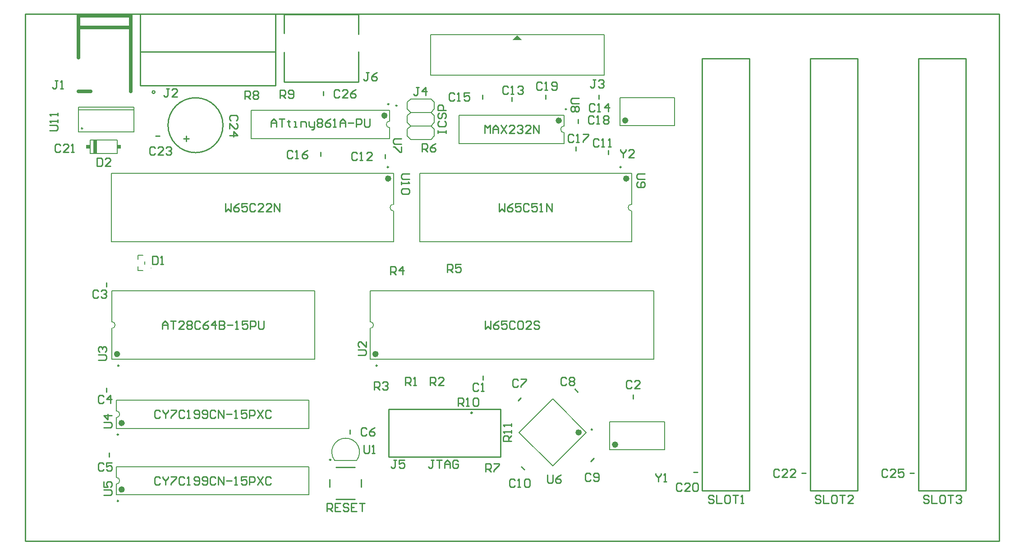
<source format=gto>
G04 Layer_Color=15132400*
%FSLAX24Y24*%
%MOIN*%
G70*
G01*
G75*
%ADD22C,0.0200*%
%ADD23C,0.0100*%
%ADD52C,0.0098*%
%ADD53C,0.0079*%
%ADD54C,0.0236*%
%ADD55C,0.0060*%
%ADD56C,0.0250*%
%ADD57C,0.0050*%
%ADD58R,0.0250X0.1000*%
%ADD59R,0.0299X0.0255*%
%ADD60R,0.0300X0.0255*%
G36*
X74735Y103109D02*
X74026D01*
X74380Y103463D01*
X74735Y103109D01*
D02*
G37*
D22*
X71010Y75500D02*
G03*
X71010Y75500I-10J0D01*
G01*
D23*
X65500Y98250D02*
G03*
X65500Y98250I-50J0D01*
G01*
X47600Y99250D02*
G03*
X47600Y99250I-100J0D01*
G01*
X52632Y96800D02*
G03*
X52632Y96800I-2032J0D01*
G01*
X57144Y100000D02*
Y102194D01*
Y103606D02*
Y105000D01*
X62656Y100000D02*
Y102244D01*
Y103550D02*
Y105000D01*
X57144D02*
X62656D01*
X57144Y100000D02*
X62656D01*
X104050Y101750D02*
X107550D01*
Y69750D02*
Y101750D01*
X104050Y69750D02*
X107550D01*
X104050D02*
Y101750D01*
X96050D02*
X99550D01*
Y69750D02*
Y101750D01*
X96050Y69750D02*
X99550D01*
X96050D02*
Y101750D01*
X88050D02*
X91550D01*
Y69750D02*
Y101750D01*
X88050Y69750D02*
X91550D01*
X88050D02*
Y101750D01*
X62000Y73950D02*
Y74250D01*
X74444Y76394D02*
X74656Y76606D01*
X64866Y72228D02*
X73134D01*
X64866Y75772D02*
X73134D01*
Y72228D02*
Y75772D01*
X64866Y72228D02*
Y75772D01*
X60498Y69991D02*
Y70581D01*
X60991Y71467D02*
X62368D01*
X62861Y69991D02*
Y70581D01*
X60991Y69105D02*
X62368D01*
X71850Y77950D02*
Y78250D01*
X82950Y76550D02*
Y76850D01*
X44000Y84850D02*
Y85150D01*
Y77050D02*
Y77350D01*
X44200Y72250D02*
Y72550D01*
X78644Y77256D02*
X78856Y77044D01*
X79824Y71914D02*
X80036Y72126D01*
X74694Y71506D02*
X74906Y71294D01*
X60050Y99000D02*
Y99300D01*
X81100Y94650D02*
Y94950D01*
X64600Y94350D02*
Y94650D01*
X80400Y98750D02*
Y99050D01*
X59850Y94500D02*
Y94800D01*
X78700Y94900D02*
Y95200D01*
X73970Y98560D02*
Y98860D01*
X71800Y98750D02*
Y99050D01*
X78867Y96945D02*
Y97245D01*
X87400Y71100D02*
X87700D01*
X95400Y71050D02*
X95700D01*
X103400D02*
X103700D01*
X56500Y99750D02*
Y105050D01*
X46500D02*
X56500D01*
X46500Y99750D02*
Y105050D01*
Y99750D02*
X56500D01*
Y102250D01*
X46500D02*
X56500D01*
X47650Y96000D02*
X47950D01*
X76467Y98745D02*
Y99045D01*
X73950Y73400D02*
X73350D01*
Y73700D01*
X73450Y73800D01*
X73650D01*
X73750Y73700D01*
Y73400D01*
Y73600D02*
X73950Y73800D01*
Y74000D02*
Y74200D01*
Y74100D01*
X73350D01*
X73450Y74000D01*
X73950Y74500D02*
Y74700D01*
Y74600D01*
X73350D01*
X73450Y74500D01*
X70000Y76000D02*
Y76600D01*
X70300D01*
X70400Y76500D01*
Y76300D01*
X70300Y76200D01*
X70000D01*
X70200D02*
X70400Y76000D01*
X70600D02*
X70800D01*
X70700D01*
Y76600D01*
X70600Y76500D01*
X71100D02*
X71200Y76600D01*
X71400D01*
X71500Y76500D01*
Y76100D01*
X71400Y76000D01*
X71200D01*
X71100Y76100D01*
Y76500D01*
X43300Y94360D02*
Y93760D01*
X43600D01*
X43700Y93860D01*
Y94260D01*
X43600Y94360D01*
X43300D01*
X44300Y93760D02*
X43900D01*
X44300Y94160D01*
Y94260D01*
X44200Y94360D01*
X44000D01*
X43900Y94260D01*
X61260Y99350D02*
X61160Y99450D01*
X60960D01*
X60860Y99350D01*
Y98950D01*
X60960Y98850D01*
X61160D01*
X61260Y98950D01*
X61860Y98850D02*
X61460D01*
X61860Y99250D01*
Y99350D01*
X61760Y99450D01*
X61560D01*
X61460Y99350D01*
X62459Y99450D02*
X62260Y99350D01*
X62060Y99150D01*
Y98950D01*
X62160Y98850D01*
X62360D01*
X62459Y98950D01*
Y99050D01*
X62360Y99150D01*
X62060D01*
X56850Y98800D02*
Y99400D01*
X57150D01*
X57250Y99300D01*
Y99100D01*
X57150Y99000D01*
X56850D01*
X57050D02*
X57250Y98800D01*
X57450Y98900D02*
X57550Y98800D01*
X57750D01*
X57850Y98900D01*
Y99300D01*
X57750Y99400D01*
X57550D01*
X57450Y99300D01*
Y99200D01*
X57550Y99100D01*
X57850D01*
X54250Y98750D02*
Y99350D01*
X54550D01*
X54650Y99250D01*
Y99050D01*
X54550Y98950D01*
X54250D01*
X54450D02*
X54650Y98750D01*
X54850Y99250D02*
X54950Y99350D01*
X55150D01*
X55250Y99250D01*
Y99150D01*
X55150Y99050D01*
X55250Y98950D01*
Y98850D01*
X55150Y98750D01*
X54950D01*
X54850Y98850D01*
Y98950D01*
X54950Y99050D01*
X54850Y99150D01*
Y99250D01*
X54950Y99050D02*
X55150D01*
X63400Y100700D02*
X63200D01*
X63300D01*
Y100200D01*
X63200Y100100D01*
X63100D01*
X63000Y100200D01*
X64000Y100700D02*
X63800Y100600D01*
X63600Y100400D01*
Y100200D01*
X63700Y100100D01*
X63900D01*
X64000Y100200D01*
Y100300D01*
X63900Y100400D01*
X63600D01*
X76600Y70920D02*
Y70420D01*
X76700Y70320D01*
X76900D01*
X77000Y70420D01*
Y70920D01*
X77600D02*
X77400Y70820D01*
X77200Y70620D01*
Y70420D01*
X77300Y70320D01*
X77500D01*
X77600Y70420D01*
Y70520D01*
X77500Y70620D01*
X77200D01*
X82850Y77810D02*
X82750Y77910D01*
X82550D01*
X82450Y77810D01*
Y77410D01*
X82550Y77310D01*
X82750D01*
X82850Y77410D01*
X83450Y77310D02*
X83050D01*
X83450Y77710D01*
Y77810D01*
X83350Y77910D01*
X83150D01*
X83050Y77810D01*
X43800Y76700D02*
X43700Y76800D01*
X43500D01*
X43400Y76700D01*
Y76300D01*
X43500Y76200D01*
X43700D01*
X43800Y76300D01*
X44300Y76200D02*
Y76800D01*
X44000Y76500D01*
X44400D01*
X72000Y82300D02*
Y81700D01*
X72200Y81900D01*
X72400Y81700D01*
Y82300D01*
X73000D02*
X72800Y82200D01*
X72600Y82000D01*
Y81800D01*
X72700Y81700D01*
X72900D01*
X73000Y81800D01*
Y81900D01*
X72900Y82000D01*
X72600D01*
X73599Y82300D02*
X73200D01*
Y82000D01*
X73400Y82100D01*
X73500D01*
X73599Y82000D01*
Y81800D01*
X73500Y81700D01*
X73300D01*
X73200Y81800D01*
X74199Y82200D02*
X74099Y82300D01*
X73899D01*
X73799Y82200D01*
Y81800D01*
X73899Y81700D01*
X74099D01*
X74199Y81800D01*
X74399Y82200D02*
X74499Y82300D01*
X74699D01*
X74799Y82200D01*
Y81800D01*
X74699Y81700D01*
X74499D01*
X74399Y81800D01*
Y82200D01*
X75399Y81700D02*
X74999D01*
X75399Y82100D01*
Y82200D01*
X75299Y82300D01*
X75099D01*
X74999Y82200D01*
X75999D02*
X75899Y82300D01*
X75699D01*
X75599Y82200D01*
Y82100D01*
X75699Y82000D01*
X75899D01*
X75999Y81900D01*
Y81800D01*
X75899Y81700D01*
X75699D01*
X75599Y81800D01*
X62600Y79770D02*
X63100D01*
X63200Y79870D01*
Y80070D01*
X63100Y80170D01*
X62600D01*
X63200Y80770D02*
Y80370D01*
X62800Y80770D01*
X62700D01*
X62600Y80670D01*
Y80470D01*
X62700Y80370D01*
X48160Y81700D02*
Y82100D01*
X48360Y82300D01*
X48560Y82100D01*
Y81700D01*
Y82000D01*
X48160D01*
X48760Y82300D02*
X49160D01*
X48960D01*
Y81700D01*
X49759D02*
X49360D01*
X49759Y82100D01*
Y82200D01*
X49660Y82300D01*
X49460D01*
X49360Y82200D01*
X49959D02*
X50059Y82300D01*
X50259D01*
X50359Y82200D01*
Y82100D01*
X50259Y82000D01*
X50359Y81900D01*
Y81800D01*
X50259Y81700D01*
X50059D01*
X49959Y81800D01*
Y81900D01*
X50059Y82000D01*
X49959Y82100D01*
Y82200D01*
X50059Y82000D02*
X50259D01*
X50959Y82200D02*
X50859Y82300D01*
X50659D01*
X50559Y82200D01*
Y81800D01*
X50659Y81700D01*
X50859D01*
X50959Y81800D01*
X51559Y82300D02*
X51359Y82200D01*
X51159Y82000D01*
Y81800D01*
X51259Y81700D01*
X51459D01*
X51559Y81800D01*
Y81900D01*
X51459Y82000D01*
X51159D01*
X52059Y81700D02*
Y82300D01*
X51759Y82000D01*
X52159D01*
X52359Y82300D02*
Y81700D01*
X52659D01*
X52759Y81800D01*
Y81900D01*
X52659Y82000D01*
X52359D01*
X52659D01*
X52759Y82100D01*
Y82200D01*
X52659Y82300D01*
X52359D01*
X52958Y82000D02*
X53358D01*
X53558Y81700D02*
X53758D01*
X53658D01*
Y82300D01*
X53558Y82200D01*
X54458Y82300D02*
X54058D01*
Y82000D01*
X54258Y82100D01*
X54358D01*
X54458Y82000D01*
Y81800D01*
X54358Y81700D01*
X54158D01*
X54058Y81800D01*
X54658Y81700D02*
Y82300D01*
X54958D01*
X55058Y82200D01*
Y82000D01*
X54958Y81900D01*
X54658D01*
X55258Y82300D02*
Y81800D01*
X55358Y81700D01*
X55558D01*
X55658Y81800D01*
Y82300D01*
X43400Y79400D02*
X43900D01*
X44000Y79500D01*
Y79700D01*
X43900Y79800D01*
X43400D01*
X43500Y80000D02*
X43400Y80100D01*
Y80300D01*
X43500Y80400D01*
X43600D01*
X43700Y80300D01*
Y80200D01*
Y80300D01*
X43800Y80400D01*
X43900D01*
X44000Y80300D01*
Y80100D01*
X43900Y80000D01*
X47970Y75590D02*
X47870Y75690D01*
X47670D01*
X47570Y75590D01*
Y75190D01*
X47670Y75090D01*
X47870D01*
X47970Y75190D01*
X48170Y75690D02*
Y75590D01*
X48370Y75390D01*
X48570Y75590D01*
Y75690D01*
X48370Y75390D02*
Y75090D01*
X48770Y75690D02*
X49169D01*
Y75590D01*
X48770Y75190D01*
Y75090D01*
X49769Y75590D02*
X49669Y75690D01*
X49469D01*
X49369Y75590D01*
Y75190D01*
X49469Y75090D01*
X49669D01*
X49769Y75190D01*
X49969Y75090D02*
X50169D01*
X50069D01*
Y75690D01*
X49969Y75590D01*
X50469Y75190D02*
X50569Y75090D01*
X50769D01*
X50869Y75190D01*
Y75590D01*
X50769Y75690D01*
X50569D01*
X50469Y75590D01*
Y75490D01*
X50569Y75390D01*
X50869D01*
X51069Y75190D02*
X51169Y75090D01*
X51369D01*
X51469Y75190D01*
Y75590D01*
X51369Y75690D01*
X51169D01*
X51069Y75590D01*
Y75490D01*
X51169Y75390D01*
X51469D01*
X52069Y75590D02*
X51969Y75690D01*
X51769D01*
X51669Y75590D01*
Y75190D01*
X51769Y75090D01*
X51969D01*
X52069Y75190D01*
X52268Y75090D02*
Y75690D01*
X52668Y75090D01*
Y75690D01*
X52868Y75390D02*
X53268D01*
X53468Y75090D02*
X53668D01*
X53568D01*
Y75690D01*
X53468Y75590D01*
X54368Y75690D02*
X53968D01*
Y75390D01*
X54168Y75490D01*
X54268D01*
X54368Y75390D01*
Y75190D01*
X54268Y75090D01*
X54068D01*
X53968Y75190D01*
X54568Y75090D02*
Y75690D01*
X54868D01*
X54968Y75590D01*
Y75390D01*
X54868Y75290D01*
X54568D01*
X55168Y75690D02*
X55567Y75090D01*
Y75690D02*
X55168Y75090D01*
X56167Y75590D02*
X56067Y75690D01*
X55867D01*
X55767Y75590D01*
Y75190D01*
X55867Y75090D01*
X56067D01*
X56167Y75190D01*
X43800Y74400D02*
X44300D01*
X44400Y74500D01*
Y74700D01*
X44300Y74800D01*
X43800D01*
X44400Y75300D02*
X43800D01*
X44100Y75000D01*
Y75400D01*
X47970Y70670D02*
X47870Y70770D01*
X47670D01*
X47570Y70670D01*
Y70270D01*
X47670Y70170D01*
X47870D01*
X47970Y70270D01*
X48170Y70770D02*
Y70670D01*
X48370Y70470D01*
X48570Y70670D01*
Y70770D01*
X48370Y70470D02*
Y70170D01*
X48770Y70770D02*
X49169D01*
Y70670D01*
X48770Y70270D01*
Y70170D01*
X49769Y70670D02*
X49669Y70770D01*
X49469D01*
X49369Y70670D01*
Y70270D01*
X49469Y70170D01*
X49669D01*
X49769Y70270D01*
X49969Y70170D02*
X50169D01*
X50069D01*
Y70770D01*
X49969Y70670D01*
X50469Y70270D02*
X50569Y70170D01*
X50769D01*
X50869Y70270D01*
Y70670D01*
X50769Y70770D01*
X50569D01*
X50469Y70670D01*
Y70570D01*
X50569Y70470D01*
X50869D01*
X51069Y70270D02*
X51169Y70170D01*
X51369D01*
X51469Y70270D01*
Y70670D01*
X51369Y70770D01*
X51169D01*
X51069Y70670D01*
Y70570D01*
X51169Y70470D01*
X51469D01*
X52069Y70670D02*
X51969Y70770D01*
X51769D01*
X51669Y70670D01*
Y70270D01*
X51769Y70170D01*
X51969D01*
X52069Y70270D01*
X52268Y70170D02*
Y70770D01*
X52668Y70170D01*
Y70770D01*
X52868Y70470D02*
X53268D01*
X53468Y70170D02*
X53668D01*
X53568D01*
Y70770D01*
X53468Y70670D01*
X54368Y70770D02*
X53968D01*
Y70470D01*
X54168Y70570D01*
X54268D01*
X54368Y70470D01*
Y70270D01*
X54268Y70170D01*
X54068D01*
X53968Y70270D01*
X54568Y70170D02*
Y70770D01*
X54868D01*
X54968Y70670D01*
Y70470D01*
X54868Y70370D01*
X54568D01*
X55168Y70770D02*
X55567Y70170D01*
Y70770D02*
X55168Y70170D01*
X56167Y70670D02*
X56067Y70770D01*
X55867D01*
X55767Y70670D01*
Y70270D01*
X55867Y70170D01*
X56067D01*
X56167Y70270D01*
X43800Y69400D02*
X44300D01*
X44400Y69500D01*
Y69700D01*
X44300Y69800D01*
X43800D01*
Y70400D02*
Y70000D01*
X44100D01*
X44000Y70200D01*
Y70300D01*
X44100Y70400D01*
X44300D01*
X44400Y70300D01*
Y70100D01*
X44300Y70000D01*
X82000Y95000D02*
Y94900D01*
X82200Y94700D01*
X82400Y94900D01*
Y95000D01*
X82200Y94700D02*
Y94400D01*
X83000D02*
X82600D01*
X83000Y94800D01*
Y94900D01*
X82900Y95000D01*
X82700D01*
X82600Y94900D01*
X73050Y91000D02*
Y90400D01*
X73250Y90600D01*
X73450Y90400D01*
Y91000D01*
X74050D02*
X73850Y90900D01*
X73650Y90700D01*
Y90500D01*
X73750Y90400D01*
X73950D01*
X74050Y90500D01*
Y90600D01*
X73950Y90700D01*
X73650D01*
X74649Y91000D02*
X74250D01*
Y90700D01*
X74450Y90800D01*
X74550D01*
X74649Y90700D01*
Y90500D01*
X74550Y90400D01*
X74350D01*
X74250Y90500D01*
X75249Y90900D02*
X75149Y91000D01*
X74949D01*
X74849Y90900D01*
Y90500D01*
X74949Y90400D01*
X75149D01*
X75249Y90500D01*
X75849Y91000D02*
X75449D01*
Y90700D01*
X75649Y90800D01*
X75749D01*
X75849Y90700D01*
Y90500D01*
X75749Y90400D01*
X75549D01*
X75449Y90500D01*
X76049Y90400D02*
X76249D01*
X76149D01*
Y91000D01*
X76049Y90900D01*
X76549Y90400D02*
Y91000D01*
X76949Y90400D01*
Y91000D01*
X83800Y93200D02*
X83300D01*
X83200Y93100D01*
Y92900D01*
X83300Y92800D01*
X83800D01*
X83300Y92600D02*
X83200Y92500D01*
Y92300D01*
X83300Y92200D01*
X83700D01*
X83800Y92300D01*
Y92500D01*
X83700Y92600D01*
X83600D01*
X83500Y92500D01*
Y92200D01*
X71500Y77600D02*
X71400Y77700D01*
X71200D01*
X71100Y77600D01*
Y77200D01*
X71200Y77100D01*
X71400D01*
X71500Y77200D01*
X71700Y77100D02*
X71900D01*
X71800D01*
Y77700D01*
X71700Y77600D01*
X43800Y71700D02*
X43700Y71800D01*
X43500D01*
X43400Y71700D01*
Y71300D01*
X43500Y71200D01*
X43700D01*
X43800Y71300D01*
X44400Y71800D02*
X44000D01*
Y71500D01*
X44200Y71600D01*
X44300D01*
X44400Y71500D01*
Y71300D01*
X44300Y71200D01*
X44100D01*
X44000Y71300D01*
X74460Y77910D02*
X74360Y78010D01*
X74160D01*
X74060Y77910D01*
Y77510D01*
X74160Y77410D01*
X74360D01*
X74460Y77510D01*
X74660Y78010D02*
X75060D01*
Y77910D01*
X74660Y77510D01*
Y77410D01*
X78000Y78050D02*
X77900Y78150D01*
X77700D01*
X77600Y78050D01*
Y77650D01*
X77700Y77550D01*
X77900D01*
X78000Y77650D01*
X78200Y78050D02*
X78300Y78150D01*
X78500D01*
X78600Y78050D01*
Y77950D01*
X78500Y77850D01*
X78600Y77750D01*
Y77650D01*
X78500Y77550D01*
X78300D01*
X78200Y77650D01*
Y77750D01*
X78300Y77850D01*
X78200Y77950D01*
Y78050D01*
X78300Y77850D02*
X78500D01*
X79830Y70940D02*
X79730Y71040D01*
X79530D01*
X79430Y70940D01*
Y70540D01*
X79530Y70440D01*
X79730D01*
X79830Y70540D01*
X80030D02*
X80130Y70440D01*
X80330D01*
X80430Y70540D01*
Y70940D01*
X80330Y71040D01*
X80130D01*
X80030Y70940D01*
Y70840D01*
X80130Y70740D01*
X80430D01*
X74200Y70500D02*
X74100Y70600D01*
X73900D01*
X73800Y70500D01*
Y70100D01*
X73900Y70000D01*
X74100D01*
X74200Y70100D01*
X74400Y70000D02*
X74600D01*
X74500D01*
Y70600D01*
X74400Y70500D01*
X74900D02*
X75000Y70600D01*
X75200D01*
X75300Y70500D01*
Y70100D01*
X75200Y70000D01*
X75000D01*
X74900Y70100D01*
Y70500D01*
X80400Y95700D02*
X80300Y95800D01*
X80100D01*
X80000Y95700D01*
Y95300D01*
X80100Y95200D01*
X80300D01*
X80400Y95300D01*
X80600Y95200D02*
X80800D01*
X80700D01*
Y95800D01*
X80600Y95700D01*
X81100Y95200D02*
X81300D01*
X81200D01*
Y95800D01*
X81100Y95700D01*
X62540Y94700D02*
X62440Y94800D01*
X62240D01*
X62140Y94700D01*
Y94300D01*
X62240Y94200D01*
X62440D01*
X62540Y94300D01*
X62740Y94200D02*
X62940D01*
X62840D01*
Y94800D01*
X62740Y94700D01*
X63640Y94200D02*
X63240D01*
X63640Y94600D01*
Y94700D01*
X63540Y94800D01*
X63340D01*
X63240Y94700D01*
X73720Y99610D02*
X73620Y99710D01*
X73420D01*
X73320Y99610D01*
Y99210D01*
X73420Y99110D01*
X73620D01*
X73720Y99210D01*
X73920Y99110D02*
X74120D01*
X74020D01*
Y99710D01*
X73920Y99610D01*
X74420D02*
X74520Y99710D01*
X74720D01*
X74820Y99610D01*
Y99510D01*
X74720Y99410D01*
X74620D01*
X74720D01*
X74820Y99310D01*
Y99210D01*
X74720Y99110D01*
X74520D01*
X74420Y99210D01*
X80100Y98300D02*
X80000Y98400D01*
X79800D01*
X79700Y98300D01*
Y97900D01*
X79800Y97800D01*
X80000D01*
X80100Y97900D01*
X80300Y97800D02*
X80500D01*
X80400D01*
Y98400D01*
X80300Y98300D01*
X81100Y97800D02*
Y98400D01*
X80800Y98100D01*
X81200D01*
X69740Y99100D02*
X69640Y99200D01*
X69440D01*
X69340Y99100D01*
Y98700D01*
X69440Y98600D01*
X69640D01*
X69740Y98700D01*
X69940Y98600D02*
X70140D01*
X70040D01*
Y99200D01*
X69940Y99100D01*
X70840Y99200D02*
X70440D01*
Y98900D01*
X70640Y99000D01*
X70740D01*
X70840Y98900D01*
Y98700D01*
X70740Y98600D01*
X70540D01*
X70440Y98700D01*
X57790Y94850D02*
X57690Y94950D01*
X57490D01*
X57390Y94850D01*
Y94450D01*
X57490Y94350D01*
X57690D01*
X57790Y94450D01*
X57990Y94350D02*
X58190D01*
X58090D01*
Y94950D01*
X57990Y94850D01*
X58890Y94950D02*
X58690Y94850D01*
X58490Y94650D01*
Y94450D01*
X58590Y94350D01*
X58790D01*
X58890Y94450D01*
Y94550D01*
X58790Y94650D01*
X58490D01*
X78550Y96050D02*
X78450Y96150D01*
X78250D01*
X78150Y96050D01*
Y95650D01*
X78250Y95550D01*
X78450D01*
X78550Y95650D01*
X78750Y95550D02*
X78950D01*
X78850D01*
Y96150D01*
X78750Y96050D01*
X79250Y96150D02*
X79650D01*
Y96050D01*
X79250Y95650D01*
Y95550D01*
X80050Y97400D02*
X79950Y97500D01*
X79750D01*
X79650Y97400D01*
Y97000D01*
X79750Y96900D01*
X79950D01*
X80050Y97000D01*
X80250Y96900D02*
X80450D01*
X80350D01*
Y97500D01*
X80250Y97400D01*
X80750D02*
X80850Y97500D01*
X81050D01*
X81150Y97400D01*
Y97300D01*
X81050Y97200D01*
X81150Y97100D01*
Y97000D01*
X81050Y96900D01*
X80850D01*
X80750Y97000D01*
Y97100D01*
X80850Y97200D01*
X80750Y97300D01*
Y97400D01*
X80850Y97200D02*
X81050D01*
X76200Y99900D02*
X76100Y100000D01*
X75900D01*
X75800Y99900D01*
Y99500D01*
X75900Y99400D01*
X76100D01*
X76200Y99500D01*
X76400Y99400D02*
X76600D01*
X76500D01*
Y100000D01*
X76400Y99900D01*
X76900Y99500D02*
X77000Y99400D01*
X77200D01*
X77300Y99500D01*
Y99900D01*
X77200Y100000D01*
X77000D01*
X76900Y99900D01*
Y99800D01*
X77000Y99700D01*
X77300D01*
X40600Y95300D02*
X40500Y95400D01*
X40300D01*
X40200Y95300D01*
Y94900D01*
X40300Y94800D01*
X40500D01*
X40600Y94900D01*
X41200Y94800D02*
X40800D01*
X41200Y95200D01*
Y95300D01*
X41100Y95400D01*
X40900D01*
X40800Y95300D01*
X41400Y94800D02*
X41600D01*
X41500D01*
Y95400D01*
X41400Y95300D01*
X47600Y95100D02*
X47500Y95200D01*
X47300D01*
X47200Y95100D01*
Y94700D01*
X47300Y94600D01*
X47500D01*
X47600Y94700D01*
X48200Y94600D02*
X47800D01*
X48200Y95000D01*
Y95100D01*
X48100Y95200D01*
X47900D01*
X47800Y95100D01*
X48400D02*
X48500Y95200D01*
X48700D01*
X48799Y95100D01*
Y95000D01*
X48700Y94900D01*
X48600D01*
X48700D01*
X48799Y94800D01*
Y94700D01*
X48700Y94600D01*
X48500D01*
X48400Y94700D01*
X53600Y97150D02*
X53700Y97250D01*
Y97450D01*
X53600Y97550D01*
X53200D01*
X53100Y97450D01*
Y97250D01*
X53200Y97150D01*
X53100Y96550D02*
Y96950D01*
X53500Y96550D01*
X53600D01*
X53700Y96650D01*
Y96850D01*
X53600Y96950D01*
X53100Y96050D02*
X53700D01*
X53400Y96350D01*
Y95951D01*
X47400Y87100D02*
Y86500D01*
X47700D01*
X47800Y86600D01*
Y87000D01*
X47700Y87100D01*
X47400D01*
X48000Y86500D02*
X48200D01*
X48100D01*
Y87100D01*
X48000Y87000D01*
X40400Y100100D02*
X40200D01*
X40300D01*
Y99600D01*
X40200Y99500D01*
X40100D01*
X40000Y99600D01*
X40600Y99500D02*
X40800D01*
X40700D01*
Y100100D01*
X40600Y100000D01*
X48650Y99520D02*
X48450D01*
X48550D01*
Y99020D01*
X48450Y98920D01*
X48350D01*
X48250Y99020D01*
X49250Y98920D02*
X48850D01*
X49250Y99320D01*
Y99420D01*
X49150Y99520D01*
X48950D01*
X48850Y99420D01*
X80170Y100160D02*
X79970D01*
X80070D01*
Y99660D01*
X79970Y99560D01*
X79870D01*
X79770Y99660D01*
X80370Y100060D02*
X80470Y100160D01*
X80670D01*
X80770Y100060D01*
Y99960D01*
X80670Y99860D01*
X80570D01*
X80670D01*
X80770Y99760D01*
Y99660D01*
X80670Y99560D01*
X80470D01*
X80370Y99660D01*
X67100Y99600D02*
X66900D01*
X67000D01*
Y99100D01*
X66900Y99000D01*
X66800D01*
X66700Y99100D01*
X67600Y99000D02*
Y99600D01*
X67300Y99300D01*
X67700D01*
X65450Y72000D02*
X65250D01*
X65350D01*
Y71500D01*
X65250Y71400D01*
X65150D01*
X65050Y71500D01*
X66050Y72000D02*
X65650D01*
Y71700D01*
X65850Y71800D01*
X65950D01*
X66050Y71700D01*
Y71500D01*
X65950Y71400D01*
X65750D01*
X65650Y71500D01*
X66100Y77550D02*
Y78150D01*
X66400D01*
X66500Y78050D01*
Y77850D01*
X66400Y77750D01*
X66100D01*
X66300D02*
X66500Y77550D01*
X66700D02*
X66900D01*
X66800D01*
Y78150D01*
X66700Y78050D01*
X67950Y77550D02*
Y78150D01*
X68250D01*
X68350Y78050D01*
Y77850D01*
X68250Y77750D01*
X67950D01*
X68150D02*
X68350Y77550D01*
X68950D02*
X68550D01*
X68950Y77950D01*
Y78050D01*
X68850Y78150D01*
X68650D01*
X68550Y78050D01*
X63800Y77200D02*
Y77800D01*
X64100D01*
X64200Y77700D01*
Y77500D01*
X64100Y77400D01*
X63800D01*
X64000D02*
X64200Y77200D01*
X64400Y77700D02*
X64500Y77800D01*
X64700D01*
X64800Y77700D01*
Y77600D01*
X64700Y77500D01*
X64600D01*
X64700D01*
X64800Y77400D01*
Y77300D01*
X64700Y77200D01*
X64500D01*
X64400Y77300D01*
X65000Y85750D02*
Y86350D01*
X65300D01*
X65400Y86250D01*
Y86050D01*
X65300Y85950D01*
X65000D01*
X65200D02*
X65400Y85750D01*
X65900D02*
Y86350D01*
X65600Y86050D01*
X66000D01*
X69220Y85900D02*
Y86500D01*
X69520D01*
X69620Y86400D01*
Y86200D01*
X69520Y86100D01*
X69220D01*
X69420D02*
X69620Y85900D01*
X70220Y86500D02*
X69820D01*
Y86200D01*
X70020Y86300D01*
X70120D01*
X70220Y86200D01*
Y86000D01*
X70120Y85900D01*
X69920D01*
X69820Y86000D01*
X88900Y69300D02*
X88800Y69400D01*
X88600D01*
X88500Y69300D01*
Y69200D01*
X88600Y69100D01*
X88800D01*
X88900Y69000D01*
Y68900D01*
X88800Y68800D01*
X88600D01*
X88500Y68900D01*
X89100Y69400D02*
Y68800D01*
X89500D01*
X90000Y69400D02*
X89800D01*
X89700Y69300D01*
Y68900D01*
X89800Y68800D01*
X90000D01*
X90099Y68900D01*
Y69300D01*
X90000Y69400D01*
X90299D02*
X90699D01*
X90499D01*
Y68800D01*
X90899D02*
X91099D01*
X90999D01*
Y69400D01*
X90899Y69300D01*
X96800D02*
X96700Y69400D01*
X96500D01*
X96400Y69300D01*
Y69200D01*
X96500Y69100D01*
X96700D01*
X96800Y69000D01*
Y68900D01*
X96700Y68800D01*
X96500D01*
X96400Y68900D01*
X97000Y69400D02*
Y68800D01*
X97400D01*
X97900Y69400D02*
X97700D01*
X97600Y69300D01*
Y68900D01*
X97700Y68800D01*
X97900D01*
X97999Y68900D01*
Y69300D01*
X97900Y69400D01*
X98199D02*
X98599D01*
X98399D01*
Y68800D01*
X99199D02*
X98799D01*
X99199Y69200D01*
Y69300D01*
X99099Y69400D01*
X98899D01*
X98799Y69300D01*
X104800D02*
X104700Y69400D01*
X104500D01*
X104400Y69300D01*
Y69200D01*
X104500Y69100D01*
X104700D01*
X104800Y69000D01*
Y68900D01*
X104700Y68800D01*
X104500D01*
X104400Y68900D01*
X105000Y69400D02*
Y68800D01*
X105400D01*
X105900Y69400D02*
X105700D01*
X105600Y69300D01*
Y68900D01*
X105700Y68800D01*
X105900D01*
X105999Y68900D01*
Y69300D01*
X105900Y69400D01*
X106199D02*
X106599D01*
X106399D01*
Y68800D01*
X106799Y69300D02*
X106899Y69400D01*
X107099D01*
X107199Y69300D01*
Y69200D01*
X107099Y69100D01*
X106999D01*
X107099D01*
X107199Y69000D01*
Y68900D01*
X107099Y68800D01*
X106899D01*
X106799Y68900D01*
X56190Y96660D02*
Y97060D01*
X56390Y97260D01*
X56590Y97060D01*
Y96660D01*
Y96960D01*
X56190D01*
X56790Y97260D02*
X57190D01*
X56990D01*
Y96660D01*
X57490Y97160D02*
Y97060D01*
X57390D01*
X57590D01*
X57490D01*
Y96760D01*
X57590Y96660D01*
X57889D02*
X58089D01*
X57989D01*
Y97060D01*
X57889D01*
X58389Y96660D02*
Y97060D01*
X58689D01*
X58789Y96960D01*
Y96660D01*
X58989Y97060D02*
Y96760D01*
X59089Y96660D01*
X59389D01*
Y96560D01*
X59289Y96460D01*
X59189D01*
X59389Y96660D02*
Y97060D01*
X59589Y97160D02*
X59689Y97260D01*
X59889D01*
X59989Y97160D01*
Y97060D01*
X59889Y96960D01*
X59989Y96860D01*
Y96760D01*
X59889Y96660D01*
X59689D01*
X59589Y96760D01*
Y96860D01*
X59689Y96960D01*
X59589Y97060D01*
Y97160D01*
X59689Y96960D02*
X59889D01*
X60589Y97260D02*
X60389Y97160D01*
X60189Y96960D01*
Y96760D01*
X60289Y96660D01*
X60489D01*
X60589Y96760D01*
Y96860D01*
X60489Y96960D01*
X60189D01*
X60789Y96660D02*
X60988D01*
X60888D01*
Y97260D01*
X60789Y97160D01*
X61288Y96660D02*
Y97060D01*
X61488Y97260D01*
X61688Y97060D01*
Y96660D01*
Y96960D01*
X61288D01*
X61888D02*
X62288D01*
X62488Y96660D02*
Y97260D01*
X62788D01*
X62888Y97160D01*
Y96960D01*
X62788Y96860D01*
X62488D01*
X63088Y97260D02*
Y96760D01*
X63188Y96660D01*
X63388D01*
X63488Y96760D01*
Y97260D01*
X65800Y95800D02*
X65300D01*
X65200Y95700D01*
Y95500D01*
X65300Y95400D01*
X65800D01*
Y95200D02*
Y94800D01*
X65700D01*
X65300Y95200D01*
X65200D01*
X52800Y91000D02*
Y90400D01*
X53000Y90600D01*
X53200Y90400D01*
Y91000D01*
X53800D02*
X53600Y90900D01*
X53400Y90700D01*
Y90500D01*
X53500Y90400D01*
X53700D01*
X53800Y90500D01*
Y90600D01*
X53700Y90700D01*
X53400D01*
X54399Y91000D02*
X54000D01*
Y90700D01*
X54200Y90800D01*
X54300D01*
X54399Y90700D01*
Y90500D01*
X54300Y90400D01*
X54100D01*
X54000Y90500D01*
X54999Y90900D02*
X54899Y91000D01*
X54699D01*
X54599Y90900D01*
Y90500D01*
X54699Y90400D01*
X54899D01*
X54999Y90500D01*
X55599Y90400D02*
X55199D01*
X55599Y90800D01*
Y90900D01*
X55499Y91000D01*
X55299D01*
X55199Y90900D01*
X56199Y90400D02*
X55799D01*
X56199Y90800D01*
Y90900D01*
X56099Y91000D01*
X55899D01*
X55799Y90900D01*
X56399Y90400D02*
Y91000D01*
X56799Y90400D01*
Y91000D01*
X66400Y93200D02*
X65900D01*
X65800Y93100D01*
Y92900D01*
X65900Y92800D01*
X66400D01*
X65800Y92600D02*
Y92400D01*
Y92500D01*
X66400D01*
X66300Y92600D01*
Y92100D02*
X66400Y92000D01*
Y91800D01*
X66300Y91700D01*
X65900D01*
X65800Y91800D01*
Y92000D01*
X65900Y92100D01*
X66300D01*
X39800Y96400D02*
X40300D01*
X40400Y96500D01*
Y96700D01*
X40300Y96800D01*
X39800D01*
X40400Y97000D02*
Y97200D01*
Y97100D01*
X39800D01*
X39900Y97000D01*
X40400Y97500D02*
Y97700D01*
Y97600D01*
X39800D01*
X39900Y97500D01*
X84600Y71000D02*
Y70900D01*
X84800Y70700D01*
X85000Y70900D01*
Y71000D01*
X84800Y70700D02*
Y70400D01*
X85200D02*
X85400D01*
X85300D01*
Y71000D01*
X85200Y70900D01*
X71970Y96190D02*
Y96790D01*
X72170Y96590D01*
X72370Y96790D01*
Y96190D01*
X72570D02*
Y96590D01*
X72770Y96790D01*
X72970Y96590D01*
Y96190D01*
Y96490D01*
X72570D01*
X73170Y96790D02*
X73569Y96190D01*
Y96790D02*
X73170Y96190D01*
X74169D02*
X73769D01*
X74169Y96590D01*
Y96690D01*
X74069Y96790D01*
X73869D01*
X73769Y96690D01*
X74369D02*
X74469Y96790D01*
X74669D01*
X74769Y96690D01*
Y96590D01*
X74669Y96490D01*
X74569D01*
X74669D01*
X74769Y96390D01*
Y96290D01*
X74669Y96190D01*
X74469D01*
X74369Y96290D01*
X75369Y96190D02*
X74969D01*
X75369Y96590D01*
Y96690D01*
X75269Y96790D01*
X75069D01*
X74969Y96690D01*
X75569Y96190D02*
Y96790D01*
X75969Y96190D01*
Y96790D01*
X78950Y98800D02*
X78450D01*
X78350Y98700D01*
Y98500D01*
X78450Y98400D01*
X78950D01*
X78850Y98200D02*
X78950Y98100D01*
Y97900D01*
X78850Y97800D01*
X78750D01*
X78650Y97900D01*
X78550Y97800D01*
X78450D01*
X78350Y97900D01*
Y98100D01*
X78450Y98200D01*
X78550D01*
X78650Y98100D01*
X78750Y98200D01*
X78850D01*
X78650Y98100D02*
Y97900D01*
X67350Y94850D02*
Y95450D01*
X67650D01*
X67750Y95350D01*
Y95150D01*
X67650Y95050D01*
X67350D01*
X67550D02*
X67750Y94850D01*
X68350Y95450D02*
X68150Y95350D01*
X67950Y95150D01*
Y94950D01*
X68050Y94850D01*
X68250D01*
X68350Y94950D01*
Y95050D01*
X68250Y95150D01*
X67950D01*
X72050Y71150D02*
Y71750D01*
X72350D01*
X72450Y71650D01*
Y71450D01*
X72350Y71350D01*
X72050D01*
X72250D02*
X72450Y71150D01*
X72650Y71750D02*
X73050D01*
Y71650D01*
X72650Y71250D01*
Y71150D01*
X43400Y84500D02*
X43300Y84600D01*
X43100D01*
X43000Y84500D01*
Y84100D01*
X43100Y84000D01*
X43300D01*
X43400Y84100D01*
X43600Y84500D02*
X43700Y84600D01*
X43900D01*
X44000Y84500D01*
Y84400D01*
X43900Y84300D01*
X43800D01*
X43900D01*
X44000Y84200D01*
Y84100D01*
X43900Y84000D01*
X43700D01*
X43600Y84100D01*
X63260Y74300D02*
X63160Y74400D01*
X62960D01*
X62860Y74300D01*
Y73900D01*
X62960Y73800D01*
X63160D01*
X63260Y73900D01*
X63860Y74400D02*
X63660Y74300D01*
X63460Y74100D01*
Y73900D01*
X63560Y73800D01*
X63760D01*
X63860Y73900D01*
Y74000D01*
X63760Y74100D01*
X63460D01*
X63060Y73090D02*
Y72590D01*
X63160Y72490D01*
X63360D01*
X63460Y72590D01*
Y73090D01*
X63660Y72490D02*
X63860D01*
X63760D01*
Y73090D01*
X63660Y72990D01*
X86550Y70200D02*
X86450Y70300D01*
X86250D01*
X86150Y70200D01*
Y69800D01*
X86250Y69700D01*
X86450D01*
X86550Y69800D01*
X87150Y69700D02*
X86750D01*
X87150Y70100D01*
Y70200D01*
X87050Y70300D01*
X86850D01*
X86750Y70200D01*
X87350D02*
X87450Y70300D01*
X87650D01*
X87749Y70200D01*
Y69800D01*
X87650Y69700D01*
X87450D01*
X87350Y69800D01*
Y70200D01*
X93750Y71250D02*
X93650Y71350D01*
X93450D01*
X93350Y71250D01*
Y70850D01*
X93450Y70750D01*
X93650D01*
X93750Y70850D01*
X94350Y70750D02*
X93950D01*
X94350Y71150D01*
Y71250D01*
X94250Y71350D01*
X94050D01*
X93950Y71250D01*
X94949Y70750D02*
X94550D01*
X94949Y71150D01*
Y71250D01*
X94850Y71350D01*
X94650D01*
X94550Y71250D01*
X101750D02*
X101650Y71350D01*
X101450D01*
X101350Y71250D01*
Y70850D01*
X101450Y70750D01*
X101650D01*
X101750Y70850D01*
X102350Y70750D02*
X101950D01*
X102350Y71150D01*
Y71250D01*
X102250Y71350D01*
X102050D01*
X101950Y71250D01*
X102949Y71350D02*
X102550D01*
Y71050D01*
X102750Y71150D01*
X102850D01*
X102949Y71050D01*
Y70850D01*
X102850Y70750D01*
X102650D01*
X102550Y70850D01*
X68500Y96200D02*
Y96400D01*
Y96300D01*
X69100D01*
Y96200D01*
Y96400D01*
X68600Y97100D02*
X68500Y97000D01*
Y96800D01*
X68600Y96700D01*
X69000D01*
X69100Y96800D01*
Y97000D01*
X69000Y97100D01*
X68600Y97700D02*
X68500Y97600D01*
Y97400D01*
X68600Y97300D01*
X68700D01*
X68800Y97400D01*
Y97600D01*
X68900Y97700D01*
X69000D01*
X69100Y97600D01*
Y97400D01*
X69000Y97300D01*
X69100Y97899D02*
X68500D01*
Y98199D01*
X68600Y98299D01*
X68800D01*
X68900Y98199D01*
Y97899D01*
X68200Y72000D02*
X68000D01*
X68100D01*
Y71500D01*
X68000Y71400D01*
X67900D01*
X67800Y71500D01*
X68400Y72000D02*
X68800D01*
X68600D01*
Y71400D01*
X69000D02*
Y71800D01*
X69200Y72000D01*
X69399Y71800D01*
Y71400D01*
Y71700D01*
X69000D01*
X69999Y71900D02*
X69899Y72000D01*
X69699D01*
X69599Y71900D01*
Y71500D01*
X69699Y71400D01*
X69899D01*
X69999Y71500D01*
Y71700D01*
X69799D01*
X60300Y68200D02*
Y68800D01*
X60600D01*
X60700Y68700D01*
Y68500D01*
X60600Y68400D01*
X60300D01*
X60500D02*
X60700Y68200D01*
X61300Y68800D02*
X60900D01*
Y68200D01*
X61300D01*
X60900Y68500D02*
X61100D01*
X61899Y68700D02*
X61800Y68800D01*
X61600D01*
X61500Y68700D01*
Y68600D01*
X61600Y68500D01*
X61800D01*
X61899Y68400D01*
Y68300D01*
X61800Y68200D01*
X61600D01*
X61500Y68300D01*
X62499Y68800D02*
X62099D01*
Y68200D01*
X62499D01*
X62099Y68500D02*
X62299D01*
X62699Y68800D02*
X63099D01*
X62899D01*
Y68200D01*
X49906Y95619D02*
Y96019D01*
X49706Y95819D02*
X50106D01*
X38000Y105050D02*
X110000D01*
X38000Y66000D02*
X110000D01*
X38000D02*
Y105050D01*
X110000Y66000D02*
Y105050D01*
D52*
X42258Y96567D02*
G03*
X42258Y96567I-49J0D01*
G01*
X64861Y93700D02*
G03*
X64861Y93700I-49J0D01*
G01*
X60607Y72017D02*
G03*
X60607Y72017I-49J0D01*
G01*
X64902Y98361D02*
G03*
X64902Y98361I-49J0D01*
G01*
X44907Y73894D02*
G03*
X44907Y73894I-49J0D01*
G01*
Y68972D02*
G03*
X44907Y68972I-49J0D01*
G01*
X78028Y97995D02*
G03*
X78028Y97995I-49J0D01*
G01*
X64037Y79000D02*
G03*
X64037Y79000I-49J0D01*
G01*
X44943Y78997D02*
G03*
X44943Y78997I-49J0D01*
G01*
X82061Y93700D02*
G03*
X82061Y93700I-49J0D01*
G01*
X79951Y74266D02*
G03*
X79951Y74266I-49J0D01*
G01*
D53*
X65233Y90950D02*
G03*
X65233Y90450I0J-250D01*
G01*
X62507Y71970D02*
G03*
X60893Y71970I-807J630D01*
G01*
X47305Y86226D02*
G03*
X47305Y86226I-8J0D01*
G01*
X64959Y97111D02*
G03*
X64959Y96611I0J-250D01*
G01*
X44744Y75144D02*
G03*
X44744Y75644I0J250D01*
G01*
Y70222D02*
G03*
X44744Y70722I0J250D01*
G01*
X77845Y96745D02*
G03*
X77845Y96245I0J-250D01*
G01*
X63508Y81750D02*
G03*
X63508Y82250I0J250D01*
G01*
X44406Y81747D02*
G03*
X44406Y82247I0J250D01*
G01*
X82835Y90950D02*
G03*
X82835Y90450I0J-250D01*
G01*
X41953Y97925D02*
X46047D01*
X41953Y96311D02*
Y98122D01*
X41953Y96311D02*
X46047D01*
Y98122D01*
X41953D02*
X46047D01*
X44367Y93239D02*
X65233D01*
X44367Y88161D02*
X65233D01*
Y90950D02*
Y93239D01*
Y88161D02*
Y90450D01*
X44367Y88161D02*
Y93239D01*
X60893Y71970D02*
X62507D01*
X81972Y98843D02*
X86028D01*
X81972Y96757D02*
X86028D01*
Y98843D01*
X81968Y96757D02*
Y98843D01*
X46344Y86876D02*
Y87171D01*
X46856Y86502D02*
Y86698D01*
X46344Y87171D02*
X46720D01*
X46344Y86029D02*
X46720D01*
X46344D02*
Y86324D01*
X81218Y72757D02*
Y74843D01*
X85278Y72757D02*
Y74843D01*
X81222Y72757D02*
X85278D01*
X81222Y74843D02*
X85278D01*
X80830Y100509D02*
Y103509D01*
X67980D02*
X80830D01*
X67980Y100509D02*
Y103509D01*
Y100509D02*
X80830D01*
X54723Y97904D02*
X64959D01*
X54723Y95818D02*
X64959D01*
Y97111D02*
Y97904D01*
Y95818D02*
Y96611D01*
X54723Y95818D02*
Y97904D01*
X44744Y74350D02*
X58996D01*
X44744Y76437D02*
X58996D01*
X44744Y74350D02*
Y75144D01*
Y75644D02*
Y76437D01*
X58996Y74350D02*
Y76437D01*
X44744Y69429D02*
X58996D01*
X44744Y71516D02*
X58996D01*
X44744Y69429D02*
Y70222D01*
Y70722D02*
Y71516D01*
X58996Y69429D02*
Y71516D01*
X70089Y97538D02*
X77845D01*
X70089Y95452D02*
X77845D01*
Y96745D02*
Y97538D01*
Y95452D02*
Y96245D01*
X70089Y95452D02*
Y97538D01*
X84492Y79461D02*
Y84539D01*
X63508Y82250D02*
Y84539D01*
Y79461D02*
Y81750D01*
Y84539D02*
X84492D01*
X63508Y79461D02*
X84492D01*
X44406Y79458D02*
X59406D01*
X44406Y84537D02*
X59406D01*
X44406Y79458D02*
Y81747D01*
Y82247D02*
Y84537D01*
X59406Y79458D02*
Y84537D01*
X67165Y93239D02*
X82835D01*
X67165Y88161D02*
X82835D01*
Y90950D02*
Y93239D01*
Y88161D02*
Y90450D01*
X67165Y88161D02*
Y93239D01*
X77000Y76528D02*
X79478Y74050D01*
X74522D02*
X77000Y71572D01*
X79478Y74050D01*
X74522D02*
X77000Y76528D01*
D54*
X64957Y92846D02*
G03*
X64957Y92846I-118J0D01*
G01*
X82484Y97150D02*
G03*
X82484Y97150I-118J0D01*
G01*
X81734Y73150D02*
G03*
X81734Y73150I-118J0D01*
G01*
X64684Y97511D02*
G03*
X64684Y97511I-118J0D01*
G01*
X45256Y74744D02*
G03*
X45256Y74744I-118J0D01*
G01*
Y69823D02*
G03*
X45256Y69823I-118J0D01*
G01*
X77569Y97144D02*
G03*
X77569Y97144I-118J0D01*
G01*
X64020Y79854D02*
G03*
X64020Y79854I-118J0D01*
G01*
X44917Y79852D02*
G03*
X44917Y79852I-118J0D01*
G01*
X82559Y92846D02*
G03*
X82559Y92846I-118J0D01*
G01*
X79039Y74050D02*
G03*
X79039Y74050I-118J0D01*
G01*
D55*
X66250Y96000D02*
Y96500D01*
X66500Y95750D02*
X68000D01*
X68250Y96000D01*
Y96500D01*
X68000Y96750D02*
X68250Y96500D01*
X66250Y96000D02*
X66500Y95750D01*
X66250Y96500D02*
X66500Y96750D01*
X66250Y98000D02*
Y98500D01*
Y97000D02*
Y97500D01*
X66500Y96750D02*
X68000D01*
X66500Y97750D02*
X68000D01*
Y96750D02*
X68250Y97000D01*
Y97500D01*
X68000Y97750D02*
X68250Y97500D01*
X68000Y97750D02*
X68250Y98000D01*
Y98500D01*
X68000Y98750D02*
X68250Y98500D01*
X66500Y98750D02*
X68000D01*
X66250Y97000D02*
X66500Y96750D01*
X66250Y97500D02*
X66500Y97750D01*
X66250Y98000D02*
X66500Y97750D01*
X66250Y98500D02*
X66500Y98750D01*
D56*
X41950Y104050D02*
X45800D01*
X41950Y99300D02*
X42850D01*
X41950Y101800D02*
Y104900D01*
X45800D01*
Y99300D02*
Y104900D01*
D57*
X42800Y94700D02*
Y95700D01*
X44800D01*
Y94700D02*
Y95700D01*
X42800Y94700D02*
X44800D01*
D58*
X43175Y95200D02*
D03*
D59*
X44950Y95197D02*
D03*
D60*
X42650D02*
D03*
M02*

</source>
